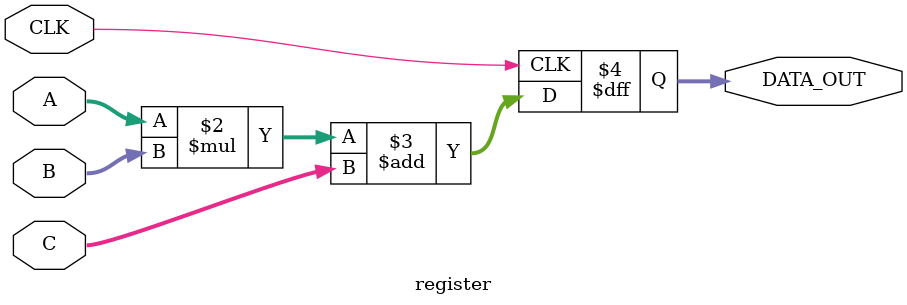
<source format=v>
module register(DATA_OUT, A, B, C, CLK);

	output reg [2*SIZE:0]DATA_OUT; /*1-цу не случайно забыл, когда складываем максимально возможные числа
	к получившееся числу добавится один старший разряд	*/
	input [SIZE-1:0]A, B, C;
	input CLK;
	parameter SIZE = 8;
	always @(posedge CLK)
	begin
	DATA_OUT <= A * B + C; 
	end
endmodule
</source>
